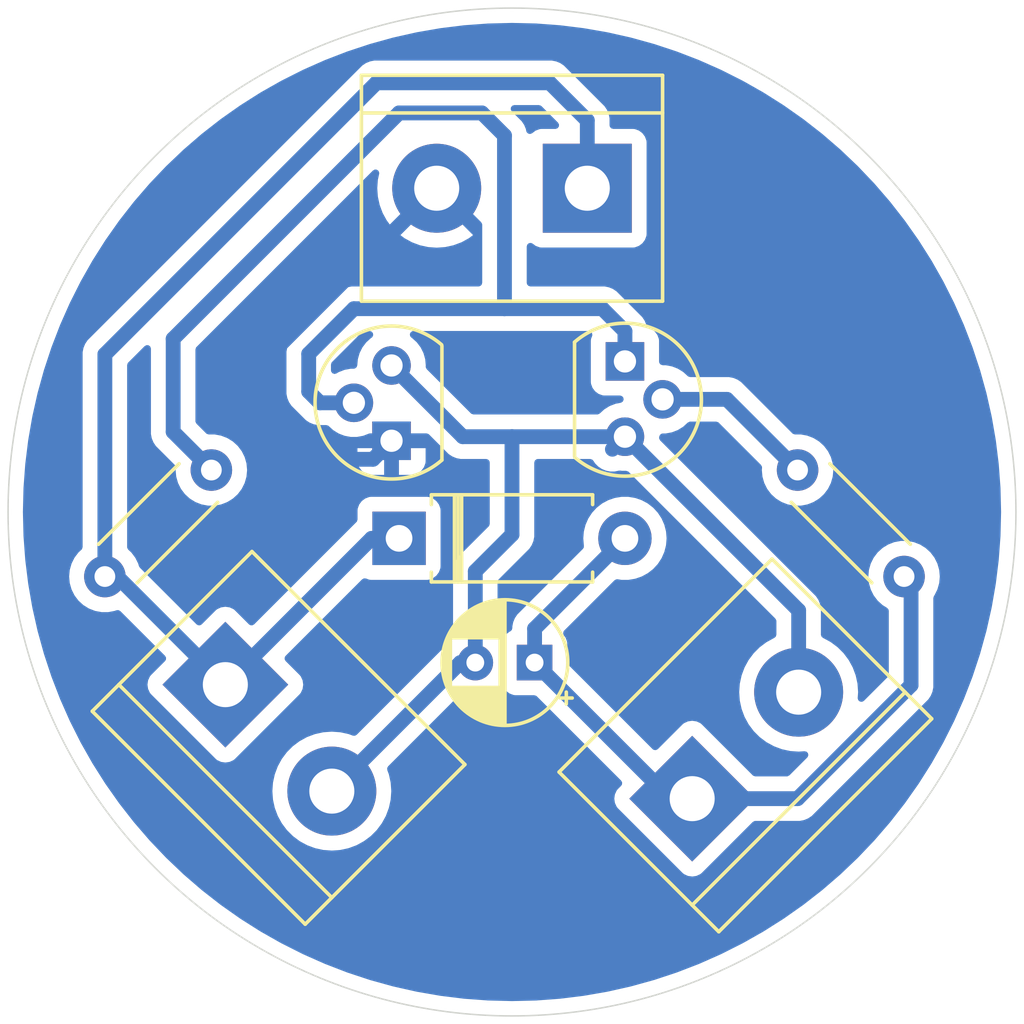
<source format=kicad_pcb>
(kicad_pcb (version 20240108) (generator "pcbnew") (generator_version "8.0")
  (layers (0 "F.Cu" signal) (31 "B.Cu" signal) (34 "B.Paste" user) (35 "F.Paste" user) (36 "B.SilkS" user "B.Silkscreen") (37 "F.SilkS" user "F.Silkscreen") (38 "B.Mask" user) (39 "F.Mask" user) (44 "Edge.Cuts" user))
  (net 0 "")
  (net 1 "Batt_Solar_Gnd")
  (net 2 "Solar_positive")
  (net 3 "Load_positive")
  (net 4 "Load_Gnd")
  (net 5 "Net-(Q1-B)")
  (net 6 "Net-(Q1-C)")
  (footprint "TerminalBlock:TerminalBlock_bornier-2_P5.08mm" (layer "F.Cu") (at 165.5899 87.6119 -45)
    (property "Reference" "J1" (hide yes))
    (property "Value" "Batt_in")
    (fp_line (start -2.54 3.81) (end 7.62 3.81) (stroke (width 0.12)) (layer "F.SilkS"))
    (fp_line (start -2.54 -3.81) (end -2.54 3.81) (stroke (width 0.12)) (layer "F.SilkS"))
    (fp_line (start 7.62 3.81) (end 7.62 -3.81) (stroke (width 0.12)) (layer "F.SilkS"))
    (fp_line (start 7.62 2.54) (end -2.54 2.54) (stroke (width 0.12)) (layer "F.SilkS"))
    (fp_line (start 7.62 -3.81) (end -2.54 -3.81) (stroke (width 0.12)) (layer "F.SilkS"))
    (pad "1" thru_hole rect (at 0 0 315) (size 3 3) (drill 1.52) (layers "*.Cu" "*.Mask") (net 3 "Load_positive"))
    (pad "2" thru_hole circle (at 5.079999 0 315) (size 3 3) (drill 1.52) (layers "*.Cu" "*.Mask") (net 1 "Batt_Solar_Gnd"))
  )
  (footprint "Diode_THT:D_A-405_P7.62mm_Horizontal" (layer "F.Cu") (at 171.45 82.677)
    (property "Reference" "D1" (hide yes))
    (property "Value" "1N4007")
    (fp_line (start 1.089999 -1.47) (end 6.53 -1.47) (stroke (width 0.12)) (layer "F.SilkS"))
    (fp_line (start 1.089999 1.47) (end 6.53 1.47) (stroke (width 0.12)) (layer "F.SilkS"))
    (fp_line (start 1.09 -1.14) (end 1.089999 -1.47) (stroke (width 0.12)) (layer "F.SilkS"))
    (fp_line (start 1.09 1.14) (end 1.089999 1.47) (stroke (width 0.12)) (layer "F.SilkS"))
    (fp_line (start 1.87 -1.47) (end 1.87 1.47) (stroke (width 0.12)) (layer "F.SilkS"))
    (fp_line (start 1.99 -1.469999) (end 1.99 1.469999) (stroke (width 0.12)) (layer "F.SilkS"))
    (fp_line (start 2.11 -1.47) (end 2.11 1.47) (stroke (width 0.12)) (layer "F.SilkS"))
    (fp_line (start 6.53 -1.47) (end 6.53 -1.14) (stroke (width 0.12)) (layer "F.SilkS"))
    (fp_line (start 6.53 1.47) (end 6.53 1.14) (stroke (width 0.12)) (layer "F.SilkS"))
    (pad "1" thru_hole rect (at 0 0) (size 1.8 1.8) (drill 0.9) (layers "*.Cu" "*.Mask") (net 3 "Load_positive"))
    (pad "2" thru_hole oval (at 7.62 0) (size 1.8 1.8) (drill 0.9) (layers "*.Cu" "*.Mask") (net 2 "Solar_positive"))
  )
  (footprint "TerminalBlock:TerminalBlock_bornier-2_P5.08mm" (layer "F.Cu") (at 181.3379 91.4581 45)
    (property "Reference" "J2" (hide yes))
    (property "Value" "Solar")
    (fp_line (start -2.54 -3.81) (end -2.54 3.81) (stroke (width 0.12)) (layer "F.SilkS"))
    (fp_line (start -2.54 3.81) (end 7.62 3.81) (stroke (width 0.12)) (layer "F.SilkS"))
    (fp_line (start 7.62 -3.81) (end -2.54 -3.81) (stroke (width 0.12)) (layer "F.SilkS"))
    (fp_line (start 7.62 2.54) (end -2.54 2.54) (stroke (width 0.12)) (layer "F.SilkS"))
    (fp_line (start 7.62 3.81) (end 7.62 -3.81) (stroke (width 0.12)) (layer "F.SilkS"))
    (pad "1" thru_hole rect (at 0 0 45) (size 3 3) (drill 1.52) (layers "*.Cu" "*.Mask") (net 2 "Solar_positive"))
    (pad "2" thru_hole circle (at 5.079999 0 45) (size 3 3) (drill 1.52) (layers "*.Cu" "*.Mask") (net 1 "Batt_Solar_Gnd"))
  )
  (footprint "Capacitor_THT:CP_Radial_D4.0mm_P2.00mm" (layer "F.Cu") (at 176.022 86.868 180)
    (property "Reference" "C1" (hide yes))
    (property "Value" "1uF")
    (fp_line (start 3.081 -0.37) (end 3.081 0.37) (stroke (width 0.12)) (layer "F.SilkS"))
    (fp_line (start 3.041 -0.537) (end 3.041 0.537) (stroke (width 0.12)) (layer "F.SilkS"))
    (fp_line (start 3.001 -0.664) (end 3.001 0.664) (stroke (width 0.12)) (layer "F.SilkS"))
    (fp_line (start 2.961 -0.768) (end 2.961 0.768) (stroke (width 0.12)) (layer "F.SilkS"))
    (fp_line (start 2.921 -0.859) (end 2.921 0.859) (stroke (width 0.12)) (layer "F.SilkS"))
    (fp_line (start 2.881 -0.94) (end 2.881 0.94) (stroke (width 0.12)) (layer "F.SilkS"))
    (fp_line (start 2.841 -1.013) (end 2.841 1.013) (stroke (width 0.12)) (layer "F.SilkS"))
    (fp_line (start 2.801 0.84) (end 2.801 1.08) (stroke (width 0.12)) (layer "F.SilkS"))
    (fp_line (start 2.801 -1.08) (end 2.801 -0.84) (stroke (width 0.12)) (layer "F.SilkS"))
    (fp_line (start 2.761 0.84) (end 2.761 1.142) (stroke (width 0.12)) (layer "F.SilkS"))
    (fp_line (start 2.761 -1.142) (end 2.761 -0.84) (stroke (width 0.12)) (layer "F.SilkS"))
    (fp_line (start 2.721 0.84) (end 2.721 1.2) (stroke (width 0.12)) (layer "F.SilkS"))
    (fp_line (start 2.721 -1.2) (end 2.721 -0.84) (stroke (width 0.12)) (layer "F.SilkS"))
    (fp_line (start 2.681 0.84) (end 2.681 1.254) (stroke (width 0.12)) (layer "F.SilkS"))
    (fp_line (start 2.681 -1.254) (end 2.681 -0.84) (stroke (width 0.12)) (layer "F.SilkS"))
    (fp_line (start 2.641 0.84) (end 2.641 1.304) (stroke (width 0.12)) (layer "F.SilkS"))
    (fp_line (start 2.641 -1.304) (end 2.641 -0.84) (stroke (width 0.12)) (layer "F.SilkS"))
    (fp_line (start 2.601 0.84) (end 2.601 1.351) (stroke (width 0.12)) (layer "F.SilkS"))
    (fp_line (start 2.601 -1.351) (end 2.601 -0.84) (stroke (width 0.12)) (layer "F.SilkS"))
    (fp_line (start 2.561 0.84) (end 2.561 1.396) (stroke (width 0.12)) (layer "F.SilkS"))
    (fp_line (start 2.561 -1.396) (end 2.561 -0.84) (stroke (width 0.12)) (layer "F.SilkS"))
    (fp_line (start 2.521 0.84) (end 2.521 1.438) (stroke (width 0.12)) (layer "F.SilkS"))
    (fp_line (start 2.521 -1.438) (end 2.521 -0.84) (stroke (width 0.12)) (layer "F.SilkS"))
    (fp_line (start 2.481 0.84) (end 2.481 1.478) (stroke (width 0.12)) (layer "F.SilkS"))
    (fp_line (start 2.481 -1.478) (end 2.481 -0.84) (stroke (width 0.12)) (layer "F.SilkS"))
    (fp_line (start 2.441 0.84) (end 2.441 1.516) (stroke (width 0.12)) (layer "F.SilkS"))
    (fp_line (start 2.441 -1.516) (end 2.441 -0.84) (stroke (width 0.12)) (layer "F.SilkS"))
    (fp_line (start 2.401 0.84) (end 2.401 1.552) (stroke (width 0.12)) (layer "F.SilkS"))
    (fp_line (start 2.401 -1.552) (end 2.401 -0.84) (stroke (width 0.12)) (layer "F.SilkS"))
    (fp_line (start 2.361 0.84) (end 2.361 1.587) (stroke (width 0.12)) (layer "F.SilkS"))
    (fp_line (start 2.361 -1.587) (end 2.361 -0.84) (stroke (width 0.12)) (layer "F.SilkS"))
    (fp_line (start 2.321 0.84) (end 2.321 1.619) (stroke (width 0.12)) (layer "F.SilkS"))
    (fp_line (start 2.321 -1.619) (end 2.321 -0.84) (stroke (width 0.12)) (layer "F.SilkS"))
    (fp_line (start 2.281 0.84) (end 2.281 1.65) (stroke (width 0.12)) (layer "F.SilkS"))
    (fp_line (start 2.281 -1.65) (end 2.281 -0.84) (stroke (width 0.12)) (layer "F.SilkS"))
    (fp_line (start 2.241 0.84) (end 2.241 1.68) (stroke (width 0.12)) (layer "F.SilkS"))
    (fp_line (start 2.241 -1.68) (end 2.241 -0.84) (stroke (width 0.12)) (layer "F.SilkS"))
    (fp_line (start 2.201 0.84) (end 2.201 1.708) (stroke (width 0.12)) (layer "F.SilkS"))
    (fp_line (start 2.201 -1.708) (end 2.201 -0.84) (stroke (width 0.12)) (layer "F.SilkS"))
    (fp_line (start 2.161 0.84) (end 2.161 1.735) (stroke (width 0.12)) (layer "F.SilkS"))
    (fp_line (start 2.161 -1.735) (end 2.161 -0.84) (stroke (width 0.12)) (layer "F.SilkS"))
    (fp_line (start 2.121 0.84) (end 2.121 1.76) (stroke (width 0.12)) (layer "F.SilkS"))
    (fp_line (start 2.121 -1.76) (end 2.121 -0.84) (stroke (width 0.12)) (layer "F.SilkS"))
    (fp_line (start 2.081 0.84) (end 2.081 1.785) (stroke (width 0.12)) (layer "F.SilkS"))
    (fp_line (start 2.081 -1.785) (end 2.081 -0.84) (stroke (width 0.12)) (layer "F.SilkS"))
    (fp_line (start 2.041 0.84) (end 2.041 1.808) (stroke (width 0.12)) (layer "F.SilkS"))
    (fp_line (start 2.041 -1.808) (end 2.041 -0.84) (stroke (width 0.12)) (layer "F.SilkS"))
    (fp_line (start 2.001 0.84) (end 2.001 1.83) (stroke (width 0.12)) (layer "F.SilkS"))
    (fp_line (start 2.001 -1.83) (end 2.001 -0.84) (stroke (width 0.12)) (layer "F.SilkS"))
    (fp_line (start 1.961 0.84) (end 1.961 1.851) (stroke (width 0.12)) (layer "F.SilkS"))
    (fp_line (start 1.961 -1.851) (end 1.961 -0.84) (stroke (width 0.12)) (layer "F.SilkS"))
    (fp_line (start 1.921 0.84) (end 1.921 1.87) (stroke (width 0.12)) (layer "F.SilkS"))
    (fp_line (start 1.921 -1.87) (end 1.921 -0.84) (stroke (width 0.12)) (layer "F.SilkS"))
    (fp_line (start 1.881 0.84) (end 1.881 1.889) (stroke (width 0.12)) (layer "F.SilkS"))
    (fp_line (start 1.881 -1.889) (end 1.881 -0.84) (stroke (width 0.12)) (layer "F.SilkS"))
    (fp_line (start 1.841 0.84) (end 1.841 1.907) (stroke (width 0.12)) (layer "F.SilkS"))
    (fp_line (start 1.841 -1.907) (end 1.841 -0.84) (stroke (width 0.12)) (layer "F.SilkS"))
    (fp_line (start 1.801 0.84) (end 1.801 1.924) (stroke (width 0.12)) (layer "F.SilkS"))
    (fp_line (start 1.801 -1.924) (end 1.801 -0.84) (stroke (width 0.12)) (layer "F.SilkS"))
    (fp_line (start 1.761 0.84) (end 1.761 1.94) (stroke (width 0.12)) (layer "F.SilkS"))
    (fp_line (start 1.761 -1.94) (end 1.761 -0.84) (stroke (width 0.12)) (layer "F.SilkS"))
    (fp_line (start 1.721 0.84) (end 1.721 1.954) (stroke (width 0.12)) (layer "F.SilkS"))
    (fp_line (start 1.721 -1.954) (end 1.721 -0.84) (stroke (width 0.12)) (layer "F.SilkS"))
    (fp_line (start 1.68 0.84) (end 1.68 1.968) (stroke (width 0.12)) (layer "F.SilkS"))
    (fp_line (start 1.68 -1.968) (end 1.68 -0.84) (stroke (width 0.12)) (layer "F.SilkS"))
    (fp_line (start 1.64 0.84) (end 1.64 1.982) (stroke (width 0.12)) (layer "F.SilkS"))
    (fp_line (start 1.64 -1.982) (end 1.64 -0.84) (stroke (width 0.12)) (layer "F.SilkS"))
    (fp_line (start 1.6 0.84) (end 1.6 1.994) (stroke (width 0.12)) (layer "F.SilkS"))
    (fp_line (start 1.6 -1.994) (end 1.6 -0.84) (stroke (width 0.12)) (layer "F.SilkS"))
    (fp_line (start 1.56 0.84) (end 1.56 2.005) (stroke (width 0.12)) (layer "F.SilkS"))
    (fp_line (start 1.56 -2.005) (end 1.56 -0.84) (stroke (width 0.12)) (layer "F.SilkS"))
    (fp_line (start 1.52 0.84) (end 1.52 2.016) (stroke (width 0.12)) (layer "F.SilkS"))
    (fp_line (start 1.52 -2.016) (end 1.52 -0.84) (stroke (width 0.12)) (layer "F.SilkS"))
    (fp_line (start 1.48 0.84) (end 1.48 2.025) (stroke (width 0.12)) (layer "F.SilkS"))
    (fp_line (start 1.48 -2.025) (end 1.48 -0.84) (stroke (width 0.12)) (layer "F.SilkS"))
    (fp_line (start 1.44 0.84) (end 1.44 2.034) (stroke (width 0.12)) (layer "F.SilkS"))
    (fp_line (start 1.44 -2.034) (end 1.44 -0.84) (stroke (width 0.12)) (layer "F.SilkS"))
    (fp_line (start 1.4 0.84) (end 1.4 2.042) (stroke (width 0.12)) (layer "F.SilkS"))
    (fp_line (start 1.4 -2.042) (end 1.4 -0.84) (stroke (width 0.12)) (layer "F.SilkS"))
    (fp_line (start 1.36 0.84) (end 1.36 2.05) (stroke (width 0.12)) (layer "F.SilkS"))
    (fp_line (start 1.36 -2.05) (end 1.36 -0.84) (stroke (width 0.12)) (layer "F.SilkS"))
    (fp_line (start 1.32 0.84) (end 1.32 2.056) (stroke (width 0.12)) (layer "F.SilkS"))
    (fp_line (start 1.32 -2.056) (end 1.32 -0.84) (stroke (width 0.12)) (layer "F.SilkS"))
    (fp_line (start 1.28 0.84) (end 1.28 2.062) (stroke (width 0.12)) (layer "F.SilkS"))
    (fp_line (start 1.28 -2.062) (end 1.28 -0.84) (stroke (width 0.12)) (layer "F.SilkS"))
    (fp_line (start 1.24 0.84) (end 1.24 2.067) (stroke (width 0.12)) (layer "F.SilkS"))
    (fp_line (start 1.24 -2.067) (end 1.24 -0.84) (stroke (width 0.12)) (layer "F.SilkS"))
    (fp_line (start 1.2 0.84) (end 1.2 2.071) (stroke (width 0.12)) (layer "F.SilkS"))
    (fp_line (start 1.2 -2.071) (end 1.2 -0.84) (stroke (width 0.12)) (layer "F.SilkS"))
    (fp_line (start 1.16 -2.074) (end 1.16 2.074) (stroke (width 0.12)) (layer "F.SilkS"))
    (fp_line (start 1.12 -2.077) (end 1.12 2.077) (stroke (width 0.12)) (layer "F.SilkS"))
    (fp_line (start 1.08 -2.079) (end 1.08 2.079) (stroke (width 0.12)) (layer "F.SilkS"))
    (fp_line (start 1.04 -2.08) (end 1.04 2.08) (stroke (width 0.12)) (layer "F.SilkS"))
    (fp_line (start 1 -2.08) (end 1 2.08) (stroke (width 0.12)) (layer "F.SilkS"))
    (fp_line (start -1.069801 -1.395) (end -1.069801 -0.995) (stroke (width 0.12)) (layer "F.SilkS"))
    (fp_line (start -1.269801 -1.195) (end -0.869801 -1.195) (stroke (width 0.12)) (layer "F.SilkS"))
    (fp_circle (center 1 0) (end 3.12 0) (stroke (width 0.12)) (fill none) (layer "F.SilkS"))
    (pad "1" thru_hole rect (at 0 0 180) (size 1.2 1.2) (drill 0.6) (layers "*.Cu" "*.Mask") (net 2 "Solar_positive"))
    (pad "2" thru_hole circle (at 2 0 180) (size 1.2 1.2) (drill 0.6) (layers "*.Cu" "*.Mask") (net 1 "Batt_Solar_Gnd"))
  )
  (footprint "Resistor_THT:R_Axial_DIN0204_L3.6mm_D1.6mm_P5.08mm_Horizontal" (layer "F.Cu") (at 184.8939 80.3729 -45)
    (property "Reference" "R1" (hide yes))
    (property "Value" "1K")
    (fp_line (start 0.62 0.92) (end 4.46 0.92) (stroke (width 0.12)) (layer "F.SilkS"))
    (fp_line (start 0.62 -0.92) (end 4.46 -0.92) (stroke (width 0.12)) (layer "F.SilkS"))
    (pad "1" thru_hole circle (at 0 0 315) (size 1.4 1.4) (drill 0.7) (layers "*.Cu" "*.Mask") (net 5 "Net-(Q1-B)"))
    (pad "2" thru_hole oval (at 5.079999 0 315) (size 1.4 1.4) (drill 0.7) (layers "*.Cu" "*.Mask") (net 2 "Solar_positive"))
  )
  (footprint "TerminalBlock:TerminalBlock_bornier-2_P5.08mm" (layer "F.Cu") (at 177.8 70.866 180)
    (property "Reference" "J3" (hide yes))
    (property "Value" "Load")
    (fp_line (start 7.62 3.81) (end 7.62 -3.81) (stroke (width 0.12)) (layer "F.SilkS"))
    (fp_line (start 7.62 2.54) (end -2.54 2.54) (stroke (width 0.12)) (layer "F.SilkS"))
    (fp_line (start 7.62 -3.81) (end -2.54 -3.81) (stroke (width 0.12)) (layer "F.SilkS"))
    (fp_line (start -2.54 3.81) (end 7.62 3.81) (stroke (width 0.12)) (layer "F.SilkS"))
    (fp_line (start -2.54 -3.81) (end -2.54 3.81) (stroke (width 0.12)) (layer "F.SilkS"))
    (pad "1" thru_hole rect (at 0 0 180) (size 3 3) (drill 1.52) (layers "*.Cu" "*.Mask") (net 3 "Load_positive"))
    (pad "2" thru_hole circle (at 5.08 0 180) (size 3 3) (drill 1.52) (layers "*.Cu" "*.Mask") (net 4 "Load_Gnd"))
  )
  (footprint "Resistor_THT:R_Axial_DIN0204_L3.6mm_D1.6mm_P5.08mm_Horizontal" (layer "F.Cu") (at 161.5259 83.9651 45)
    (property "Reference" "R2" (hide yes))
    (property "Value" "1.5K")
    (fp_line (start 0.62 -0.92) (end 4.46 -0.92) (stroke (width 0.12)) (layer "F.SilkS"))
    (fp_line (start 0.62 0.92) (end 4.46 0.92) (stroke (width 0.12)) (layer "F.SilkS"))
    (pad "1" thru_hole circle (at 0 0 45) (size 1.4 1.4) (drill 0.7) (layers "*.Cu" "*.Mask") (net 3 "Load_positive"))
    (pad "2" thru_hole oval (at 5.079999 0 45) (size 1.4 1.4) (drill 0.7) (layers "*.Cu" "*.Mask") (net 6 "Net-(Q1-C)"))
  )
  (footprint "Package_TO_SOT_THT:TO-92L" (layer "F.Cu") (at 171.196 79.385 90)
    (property "Reference" "Q2" (hide yes))
    (property "Value" "C965")
    (fp_line (start -0.65 1.7) (end 3.2 1.7) (stroke (width 0.12)) (layer "F.SilkS"))
    (fp_arc (start -0.65 1.7) (mid 1.283448 -2.579449) (end 3.238611 1.690122) (stroke (width 0.12)) (layer "F.SilkS"))
    (pad "1" thru_hole rect (at 0 0 90) (size 1.3 1.3) (drill 0.75) (layers "*.Cu" "*.Mask") (net 4 "Load_Gnd"))
    (pad "2" thru_hole circle (at 1.28 -1.27 90) (size 1.3 1.3) (drill 0.75) (layers "*.Cu" "*.Mask") (net 6 "Net-(Q1-C)"))
    (pad "3" thru_hole circle (at 2.54 0 90) (size 1.3 1.3) (drill 0.75) (layers "*.Cu" "*.Mask") (net 1 "Batt_Solar_Gnd"))
  )
  (footprint "Package_TO_SOT_THT:TO-92L" (layer "F.Cu") (at 179.07 76.708 -90)
    (property "Reference" "Q1" (hide yes))
    (property "Value" "C945")
    (fp_line (start -0.65 1.7) (end 3.2 1.7) (stroke (width 0.12)) (layer "F.SilkS"))
    (fp_arc (start -0.65 1.7) (mid 1.283448 -2.579449) (end 3.238611 1.690122) (stroke (width 0.12)) (layer "F.SilkS"))
    (pad "1" thru_hole rect (at 0 0 270) (size 1.3 1.3) (drill 0.75) (layers "*.Cu" "*.Mask") (net 6 "Net-(Q1-C)"))
    (pad "2" thru_hole circle (at 1.28 -1.27 270) (size 1.3 1.3) (drill 0.75) (layers "*.Cu" "*.Mask") (net 5 "Net-(Q1-B)"))
    (pad "3" thru_hole circle (at 2.54 0 270) (size 1.3 1.3) (drill 0.75) (layers "*.Cu" "*.Mask") (net 1 "Batt_Solar_Gnd"))
  )
  (gr_circle (center 175.26 81.788) (end 192.26 81.788) (stroke (width 0.05)) (fill none) (layer "Edge.Cuts"))
  (segment (start 173.518 86.868) (end 169.182 91.204) (width 0.5) (layer "B.Cu") (net 1))
  (segment (start 174.022 86.868) (end 174.022 83.788) (width 0.5) (layer "B.Cu") (net 1))
  (segment (start 174.022 83.788) (end 175.26 82.55) (width 0.5) (layer "B.Cu") (net 1))
  (segment (start 173.599 79.248) (end 175.26 79.248) (width 0.5) (layer "B.Cu") (net 1))
  (segment (start 184.930002 85.108002) (end 179.07 79.248) (width 0.5) (layer "B.Cu") (net 1))
  (segment (start 175.26 82.55) (end 175.26 79.248) (width 0.5) (layer "B.Cu") (net 1))
  (segment (start 175.26 79.248) (end 179.07 79.248) (width 0.5) (layer "B.Cu") (net 1))
  (segment (start 184.930002 87.865998) (end 184.930002 85.108002) (width 0.5) (layer "B.Cu") (net 1))
  (segment (start 174.022 86.868) (end 173.518 86.868) (width 0.5) (layer "B.Cu") (net 1))
  (segment (start 178.647 79.671) (end 179.07 79.248) (width 0.5) (layer "B.Cu") (net 1))
  (segment (start 171.196 76.845) (end 173.599 79.248) (width 0.5) (layer "B.Cu") (net 1))
  (segment (start 184.8939 91.4581) (end 188.722 87.63) (width 0.5) (layer "B.Cu") (net 2))
  (segment (start 181.3379 91.4581) (end 184.8939 91.4581) (width 0.5) (layer "B.Cu") (net 2))
  (segment (start 176.022 85.725) (end 176.022 86.868) (width 0.5) (layer "B.Cu") (net 2))
  (segment (start 180.6121 91.4581) (end 176.022 86.868) (width 0.5) (layer "B.Cu") (net 2))
  (segment (start 179.07 82.677) (end 176.022 85.725) (width 0.5) (layer "B.Cu") (net 2))
  (segment (start 188.722 87.63) (end 188.722 84.201) (width 0.5) (layer "B.Cu") (net 2))
  (segment (start 188.722 84.201) (end 188.486002 83.965002) (width 0.5) (layer "B.Cu") (net 2))
  (segment (start 181.3379 91.4581) (end 180.6121 91.4581) (width 0.5) (layer "B.Cu") (net 2))
  (segment (start 171.45 82.677) (end 170.5248 82.677) (width 0.5) (layer "B.Cu") (net 3))
  (segment (start 177.8 70.866) (end 177.8 68.58) (width 0.5) (layer "B.Cu") (net 3))
  (segment (start 161.5259 76.4721) (end 161.5259 83.9651) (width 0.5) (layer "B.Cu") (net 3))
  (segment (start 176.53 67.31) (end 170.688 67.31) (width 0.5) (layer "B.Cu") (net 3))
  (segment (start 170.5248 82.677) (end 165.5899 87.6119) (width 0.5) (layer "B.Cu") (net 3))
  (segment (start 161.9431 83.9651) (end 165.5899 87.6119) (width 0.5) (layer "B.Cu") (net 3))
  (segment (start 177.8 68.58) (end 176.53 67.31) (width 0.5) (layer "B.Cu") (net 3))
  (segment (start 170.688 67.31) (end 161.5259 76.4721) (width 0.5) (layer "B.Cu") (net 3))
  (segment (start 161.5259 83.9651) (end 161.9431 83.9651) (width 0.5) (layer "B.Cu") (net 3))
  (segment (start 170.571 80.01) (end 171.196 79.385) (width 0.5) (layer "B.Cu") (net 4))
  (segment (start 169.164 80.01) (end 170.571 80.01) (width 0.5) (layer "B.Cu") (net 4))
  (segment (start 167.386 76.2) (end 167.386 78.232) (width 0.5) (layer "B.Cu") (net 4))
  (segment (start 172.72 70.866) (end 167.386 76.2) (width 0.5) (layer "B.Cu") (net 4))
  (segment (start 167.386 78.232) (end 169.164 80.01) (width 0.5) (layer "B.Cu") (net 4))
  (segment (start 184.8939 80.3729) (end 182.509 77.988) (width 0.5) (layer "B.Cu") (net 5))
  (segment (start 182.509 77.988) (end 180.34 77.988) (width 0.5) (layer "B.Cu") (net 5))
  (segment (start 165.118002 80.372998) (end 163.83 79.084996) (width 0.5) (layer "B.Cu") (net 6))
  (segment (start 168.402 76.454) (end 169.926 74.93) (width 0.5) (layer "B.Cu") (net 6))
  (segment (start 163.83 79.084996) (end 163.83 75.946) (width 0.5) (layer "B.Cu") (net 6))
  (segment (start 163.83 75.946) (end 171.45 68.326) (width 0.5) (layer "B.Cu") (net 6))
  (segment (start 174.244 68.326) (end 175.006 69.088) (width 0.5) (layer "B.Cu") (net 6))
  (segment (start 178.308 74.93) (end 179.07 75.692) (width 0.5) (layer "B.Cu") (net 6))
  (segment (start 175.006 69.088) (end 175.006 74.93) (width 0.5) (layer "B.Cu") (net 6))
  (segment (start 168.402 77.724) (end 168.402 76.454) (width 0.5) (layer "B.Cu") (net 6))
  (segment (start 179.07 75.692) (end 179.07 76.708) (width 0.5) (layer "B.Cu") (net 6))
  (segment (start 169.926 74.93) (end 175.006 74.93) (width 0.5) (layer "B.Cu") (net 6))
  (segment (start 175.006 74.93) (end 178.308 74.93) (width 0.5) (layer "B.Cu") (net 6))
  (segment (start 168.783 78.105) (end 168.402 77.724) (width 0.5) (layer "B.Cu") (net 6))
  (segment (start 171.45 68.326) (end 174.244 68.326) (width 0.5) (layer "B.Cu") (net 6))
  (segment (start 169.926 78.105) (end 168.783 78.105) (width 0.5) (layer "B.Cu") (net 6))
  (zone (net 4) (net_name "Load_Gnd") (layer "B.Cu") (connect_pads (clearance 0.5)) (min_thickness 0.25) (fill yes (thermal_gap 0.5) (thermal_bridge_width 0.5) (island_removal_mode 1) (island_area_min 10))
    (polygon (pts (xy 174.752 64.516) (xy 178.816 64.77) (xy 182.372 66.04) (xy 185.166 67.564) (xy 188.722 70.612) (xy 190.754 73.914) (xy 192.024 77.724) (xy 192.532 81.026) (xy 192.278 84.582) (xy 191.008 88.9) (xy 189.23 91.948) (xy 185.674 95.504) (xy 182.88 97.282) (xy 178.308 98.806) (xy 172.974 99.06) (xy 167.386 97.282) (xy 163.83 94.742) (xy 160.274 90.932) (xy 159.004 87.884) (xy 158.496 85.852) (xy 157.988 83.058) (xy 158.242 79.248) (xy 159.512 74.422) (xy 162.814 69.596) (xy 167.132 66.548) (xy 171.958 64.77)))
  )
)
</source>
